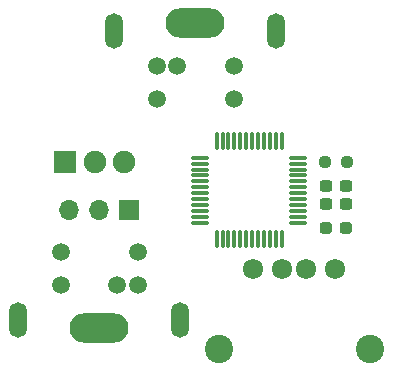
<source format=gbr>
%TF.GenerationSoftware,KiCad,Pcbnew,(6.0.6-0)*%
%TF.CreationDate,2022-10-23T05:24:34+09:00*%
%TF.ProjectId,KU88,4b553838-2e6b-4696-9361-645f70636258,rev?*%
%TF.SameCoordinates,Original*%
%TF.FileFunction,Soldermask,Top*%
%TF.FilePolarity,Negative*%
%FSLAX46Y46*%
G04 Gerber Fmt 4.6, Leading zero omitted, Abs format (unit mm)*
G04 Created by KiCad (PCBNEW (6.0.6-0)) date 2022-10-23 05:24:34*
%MOMM*%
%LPD*%
G01*
G04 APERTURE LIST*
G04 Aperture macros list*
%AMRoundRect*
0 Rectangle with rounded corners*
0 $1 Rounding radius*
0 $2 $3 $4 $5 $6 $7 $8 $9 X,Y pos of 4 corners*
0 Add a 4 corners polygon primitive as box body*
4,1,4,$2,$3,$4,$5,$6,$7,$8,$9,$2,$3,0*
0 Add four circle primitives for the rounded corners*
1,1,$1+$1,$2,$3*
1,1,$1+$1,$4,$5*
1,1,$1+$1,$6,$7*
1,1,$1+$1,$8,$9*
0 Add four rect primitives between the rounded corners*
20,1,$1+$1,$2,$3,$4,$5,0*
20,1,$1+$1,$4,$5,$6,$7,0*
20,1,$1+$1,$6,$7,$8,$9,0*
20,1,$1+$1,$8,$9,$2,$3,0*%
G04 Aperture macros list end*
%ADD10RoundRect,0.075000X-0.075000X0.662500X-0.075000X-0.662500X0.075000X-0.662500X0.075000X0.662500X0*%
%ADD11RoundRect,0.075000X-0.662500X0.075000X-0.662500X-0.075000X0.662500X-0.075000X0.662500X0.075000X0*%
%ADD12R,1.900000X1.900000*%
%ADD13C,1.900000*%
%ADD14RoundRect,0.237500X-0.250000X-0.237500X0.250000X-0.237500X0.250000X0.237500X-0.250000X0.237500X0*%
%ADD15C,1.720000*%
%ADD16C,2.400000*%
%ADD17O,1.700000X1.700000*%
%ADD18R,1.700000X1.700000*%
%ADD19O,1.500000X3.000000*%
%ADD20O,5.000000X2.500000*%
%ADD21C,1.500000*%
%ADD22RoundRect,0.237500X0.287500X0.237500X-0.287500X0.237500X-0.287500X-0.237500X0.287500X-0.237500X0*%
%ADD23RoundRect,0.237500X-0.300000X-0.237500X0.300000X-0.237500X0.300000X0.237500X-0.300000X0.237500X0*%
G04 APERTURE END LIST*
D10*
%TO.C,U1*%
X122130000Y-129822500D03*
X121630000Y-129822500D03*
X121130000Y-129822500D03*
X120630000Y-129822500D03*
X120130000Y-129822500D03*
X119630000Y-129822500D03*
X119130000Y-129822500D03*
X118630000Y-129822500D03*
X118130000Y-129822500D03*
X117630000Y-129822500D03*
X117130000Y-129822500D03*
X116630000Y-129822500D03*
D11*
X115217500Y-131235000D03*
X115217500Y-131735000D03*
X115217500Y-132235000D03*
X115217500Y-132735000D03*
X115217500Y-133235000D03*
X115217500Y-133735000D03*
X115217500Y-134235000D03*
X115217500Y-134735000D03*
X115217500Y-135235000D03*
X115217500Y-135735000D03*
X115217500Y-136235000D03*
X115217500Y-136735000D03*
D10*
X116630000Y-138147500D03*
X117130000Y-138147500D03*
X117630000Y-138147500D03*
X118130000Y-138147500D03*
X118630000Y-138147500D03*
X119130000Y-138147500D03*
X119630000Y-138147500D03*
X120130000Y-138147500D03*
X120630000Y-138147500D03*
X121130000Y-138147500D03*
X121630000Y-138147500D03*
X122130000Y-138147500D03*
D11*
X123542500Y-136735000D03*
X123542500Y-136235000D03*
X123542500Y-135735000D03*
X123542500Y-135235000D03*
X123542500Y-134735000D03*
X123542500Y-134235000D03*
X123542500Y-133735000D03*
X123542500Y-133235000D03*
X123542500Y-132735000D03*
X123542500Y-132235000D03*
X123542500Y-131735000D03*
X123542500Y-131235000D03*
%TD*%
D12*
%TO.C,SW1*%
X103792000Y-131572000D03*
D13*
X106292000Y-131572000D03*
X108792000Y-131572000D03*
%TD*%
D14*
%TO.C,R1*%
X125833500Y-131572000D03*
X127658500Y-131572000D03*
%TD*%
D15*
%TO.C,J4*%
X119690000Y-140675000D03*
X122190000Y-140675000D03*
X124190000Y-140675000D03*
X126690000Y-140675000D03*
D16*
X116790000Y-147425000D03*
X129590000Y-147425000D03*
%TD*%
D17*
%TO.C,J3*%
X104125000Y-135636000D03*
X106665000Y-135636000D03*
D18*
X109205000Y-135636000D03*
%TD*%
D19*
%TO.C,J2*%
X113530000Y-144995000D03*
D20*
X106680000Y-145645000D03*
D19*
X99830000Y-144995000D03*
D21*
X108180000Y-141995000D03*
X109930000Y-141995000D03*
X103430000Y-141995000D03*
X109930000Y-139195000D03*
X103430000Y-139195000D03*
%TD*%
D19*
%TO.C,J1*%
X107958000Y-120480000D03*
D20*
X114808000Y-119830000D03*
D19*
X121658000Y-120480000D03*
D21*
X113308000Y-123480000D03*
X111558000Y-123480000D03*
X118058000Y-123480000D03*
X111558000Y-126280000D03*
X118058000Y-126280000D03*
%TD*%
D22*
%TO.C,D1*%
X127621000Y-137160000D03*
X125871000Y-137160000D03*
%TD*%
D23*
%TO.C,C2*%
X125883500Y-135128000D03*
X127608500Y-135128000D03*
%TD*%
%TO.C,C1*%
X127608500Y-133604000D03*
X125883500Y-133604000D03*
%TD*%
M02*

</source>
